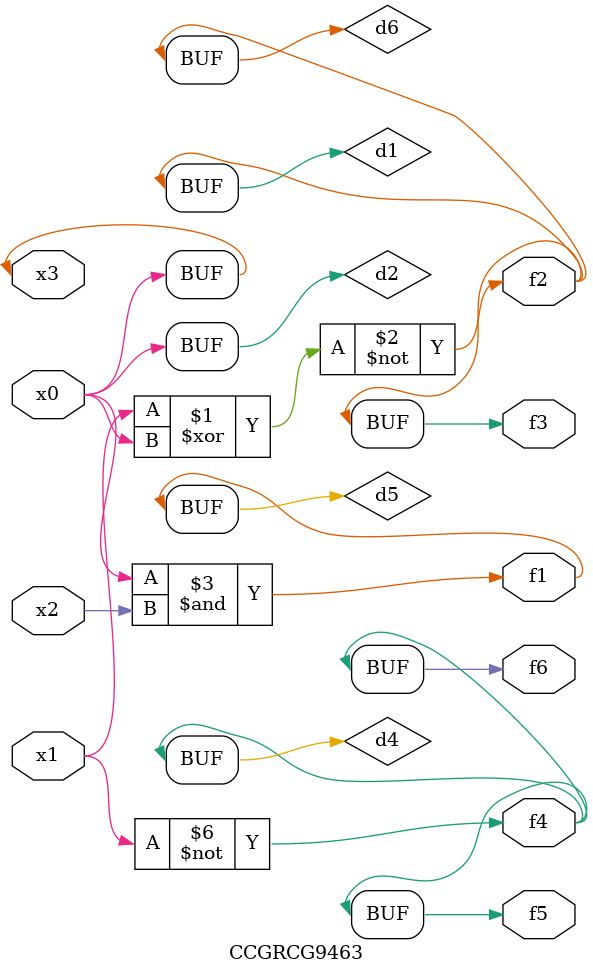
<source format=v>
module CCGRCG9463(
	input x0, x1, x2, x3,
	output f1, f2, f3, f4, f5, f6
);

	wire d1, d2, d3, d4, d5, d6;

	xnor (d1, x1, x3);
	buf (d2, x0, x3);
	nand (d3, x0, x2);
	not (d4, x1);
	nand (d5, d3);
	or (d6, d1);
	assign f1 = d5;
	assign f2 = d6;
	assign f3 = d6;
	assign f4 = d4;
	assign f5 = d4;
	assign f6 = d4;
endmodule

</source>
